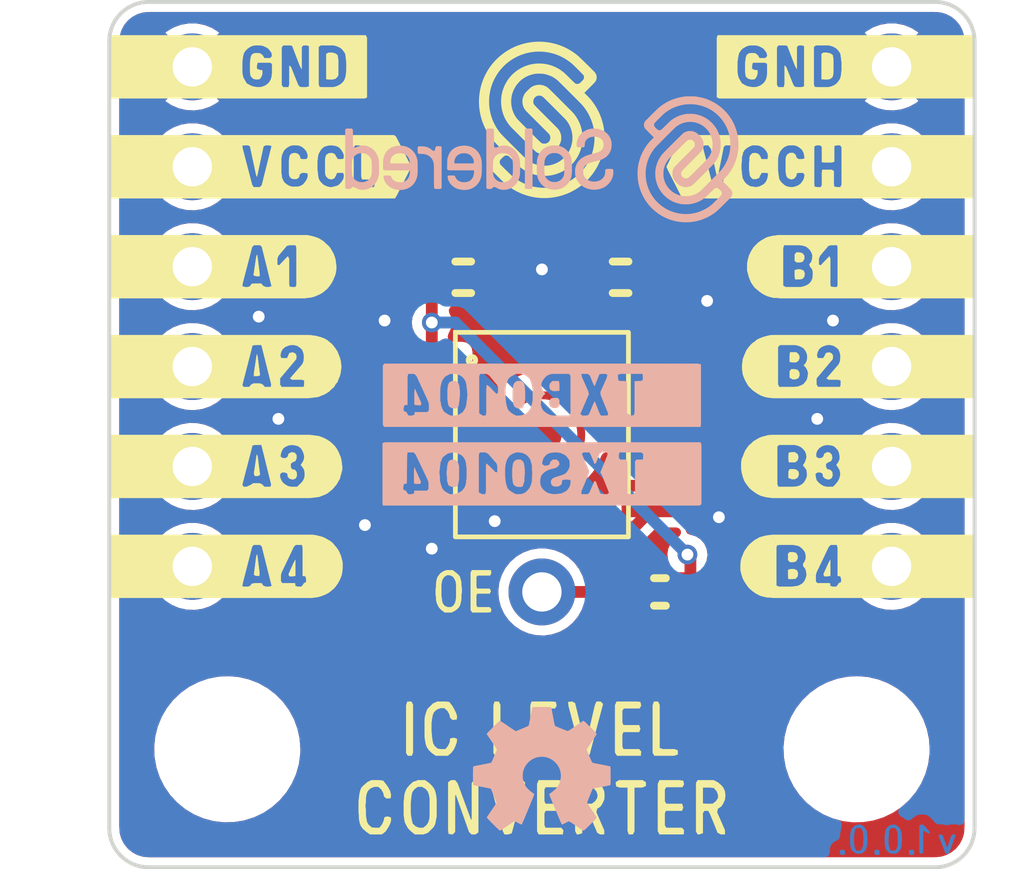
<source format=kicad_pcb>
(kicad_pcb (version 20210623) (generator pcbnew)
  (title_block (title "IC level converter") (date "2021-04-21") (rev "V1.0.0.") (company "SOLDERED") (comment 1 "333095"))
  (layers (0 "F.Cu" signal) (31 "B.Cu" signal) (34 "B.Paste" user) (35 "F.Paste" user) (36 "B.SilkS" user "B.Silkscreen") (37 "F.SilkS" user "F.Silkscreen") (38 "B.Mask" user) (39 "F.Mask" user) (44 "Edge.Cuts" user))
  (net 0 "")
  (net 1 "GND")
  (net 2 "VCCL")
  (net 3 "VCCH")
  (net 4 "A1")
  (net 5 "A2")
  (net 6 "A3")
  (net 7 "A4")
  (net 8 "OE")
  (net 9 "B1")
  (net 10 "B2")
  (net 11 "B3")
  (net 12 "B4")
  (footprint "buzzardLabel" (layer "F.Cu") (at 99.6 132.35)
    (fp_text reference "" (at 0 0) (layer "F.SilkS") (effects (font (size 1.27 1.27))))
    (fp_text value "" (at 0 0) (layer "F.SilkS") (effects (font (size 1.27 1.27))))
  )
  (footprint "buzzardLabel" (layer "F.Cu") (at 122.4 124.73)
    (fp_text reference "" (at 0 0) (layer "F.SilkS") (effects (font (size 1.27 1.27))))
    (fp_text value "" (at 0 0) (layer "F.SilkS") (effects (font (size 1.27 1.27))))
  )
  (footprint "e-radionica.com footprinti:HOLE_3.2mm" (layer "F.Cu") (at 119 137)
    (fp_text reference "H1" hide)
    (fp_text value "HOLE_3.2mm" hide)
    (pad "" np_thru_hole circle locked (at 0 0) (size 3.2 3.2) (drill 3.2) (layers F&B.Cu *.Mask))
  )
  (footprint "Soldered Graphics:Logo-Front-Soldered-4mm" (layer "F.Cu") (at 111 121)
    (fp_text reference "G***" hide)
    (fp_text value "LOGO" hide)
  )
  (footprint "buzzardLabel" (layer "F.Cu") (at 122.4 122.19)
    (fp_text reference "" (at 0 0) (layer "F.SilkS") (effects (font (size 1.27 1.27))))
    (fp_text value "" (at 0 0) (layer "F.SilkS") (effects (font (size 1.27 1.27))))
  )
  (footprint "e-radionica.com footprinti:0603R" (layer "F.Cu") (at 114 133 180)
    (fp_text reference "R1")
    (fp_text value "10k")
    (pad "1" smd rect locked (at -0.775 0 270) (size 1 0.64) (layers "F.Cu" "F.Paste" "F.Mask") (net 2 "VCCL"))
    (pad "2" smd rect locked (at 0.775 0 270) (size 1 0.64) (layers "F.Cu" "F.Paste" "F.Mask") (net 8 "OE"))
  )
  (footprint "buzzardLabel" (layer "F.Cu") (at 122.4 127.27)
    (fp_text reference "" (at 0 0) (layer "F.SilkS") (effects (font (size 1.27 1.27))))
    (fp_text value "" (at 0 0) (layer "F.SilkS") (effects (font (size 1.27 1.27))))
  )
  (footprint "buzzardLabel" (layer "F.Cu") (at 122.4 129.81)
    (fp_text reference "" (at 0 0) (layer "F.SilkS") (effects (font (size 1.27 1.27))))
    (fp_text value "" (at 0 0) (layer "F.SilkS") (effects (font (size 1.27 1.27))))
  )
  (footprint "e-radionica.com footprinti:TXB0104QPWRQ1" (layer "F.Cu") (at 111 129)
    (fp_text reference "U1")
    (fp_text value "TXB0104QPWRQ1")
    (pad "1" smd rect locked (at -2.8 -1.95 90) (size 0.3 1.55) (layers "F.Cu" "F.Paste" "F.Mask") (net 2 "VCCL"))
    (pad "2" smd rect locked (at -2.8 -1.3 90) (size 0.3 1.55) (layers "F.Cu" "F.Paste" "F.Mask") (net 4 "A1"))
    (pad "3" smd rect locked (at -2.8 -0.65 90) (size 0.3 1.55) (layers "F.Cu" "F.Paste" "F.Mask") (net 5 "A2"))
    (pad "4" smd rect locked (at -2.8 0 90) (size 0.3 1.55) (layers "F.Cu" "F.Paste" "F.Mask") (net 6 "A3"))
    (pad "5" smd rect locked (at -2.8 0.65 90) (size 0.3 1.55) (layers "F.Cu" "F.Paste" "F.Mask") (net 7 "A4"))
    (pad "6" smd rect locked (at -2.8 1.3 90) (size 0.3 1.55) (layers "F.Cu" "F.Paste" "F.Mask"))
    (pad "7" smd rect locked (at -2.8 1.95 90) (size 0.3 1.55) (layers "F.Cu" "F.Paste" "F.Mask") (net 1 "GND"))
    (pad "8" smd rect locked (at 2.8 1.95 90) (size 0.3 1.55) (layers "F.Cu" "F.Paste" "F.Mask") (net 8 "OE"))
    (pad "9" smd rect locked (at 2.8 1.3 90) (size 0.3 1.55) (layers "F.Cu" "F.Paste" "F.Mask"))
    (pad "10" smd rect locked (at 2.79 0.65 90) (size 0.3 1.55) (layers "F.Cu" "F.Paste" "F.Mask") (net 12 "B4"))
    (pad "11" smd rect locked (at 2.8 0 90) (size 0.3 1.55) (layers "F.Cu" "F.Paste" "F.Mask") (net 11 "B3"))
    (pad "12" smd rect locked (at 2.8 -0.65 90) (size 0.3 1.55) (layers "F.Cu" "F.Paste" "F.Mask") (net 10 "B2"))
    (pad "13" smd rect locked (at 2.8 -1.3 90) (size 0.3 1.55) (layers "F.Cu" "F.Paste" "F.Mask") (net 9 "B1"))
    (pad "14" smd rect locked (at 2.8 -1.95 90) (size 0.3 1.55) (layers "F.Cu" "F.Paste" "F.Mask") (net 3 "VCCH"))
  )
  (footprint "e-radionica.com footprinti:FIDUCIAL_23" (layer "F.Cu") (at 111 129)
    (fp_text reference "FD1")
    (fp_text value "FIDUCIAL")
    (fp_circle (center 0 0) (end 1 0) (layer "F.Cu") (width 0.2) (fill none))
    (pad "1" smd circle (at 0 0) (size 1 1) (layers "F.Cu" "F.Paste" "F.Mask") (clearance 1.1))
  )
  (footprint "e-radionica.com footprinti:0603C" (layer "F.Cu") (at 109 125)
    (fp_text reference "C1")
    (fp_text value "0.1uF")
    (pad "1" smd rect locked (at -0.73 0) (size 0.66 1) (layers "F.Cu" "F.Paste" "F.Mask") (net 2 "VCCL"))
    (pad "2" smd rect locked (at 0.73 0) (size 0.66 1) (layers "F.Cu" "F.Paste" "F.Mask") (net 1 "GND"))
  )
  (footprint "Soldered Graphics:Logo-Back-OSH-3.5mm" (layer "F.Cu") (at 111 137.5)
    (fp_text reference "G***" hide)
    (fp_text value "LOGO" hide)
  )
  (footprint "buzzardLabel" (layer "F.Cu") (at 109 133)
    (fp_text reference "" (at 0 0) (layer "F.SilkS") (effects (font (size 1.27 1.27))))
    (fp_text value "" (at 0 0) (layer "F.SilkS") (effects (font (size 1.27 1.27))))
  )
  (footprint "buzzardLabel" (layer "F.Cu") (at 122.4 119.65)
    (fp_text reference "" (at 0 0) (layer "F.SilkS") (effects (font (size 1.27 1.27))))
    (fp_text value "" (at 0 0) (layer "F.SilkS") (effects (font (size 1.27 1.27))))
  )
  (footprint "buzzardLabel" (layer "F.Cu") (at 122.4 132.35)
    (fp_text reference "" (at 0 0) (layer "F.SilkS") (effects (font (size 1.27 1.27))))
    (fp_text value "" (at 0 0) (layer "F.SilkS") (effects (font (size 1.27 1.27))))
  )
  (footprint "buzzardLabel" (layer "F.Cu") (at 99.6 127.27)
    (fp_text reference "" (at 0 0) (layer "F.SilkS") (effects (font (size 1.27 1.27))))
    (fp_text value "" (at 0 0) (layer "F.SilkS") (effects (font (size 1.27 1.27))))
  )
  (footprint "buzzardLabel" (layer "F.Cu") (at 111 136.5)
    (fp_text reference "" (at 0 0) (layer "F.SilkS") (effects (font (size 1.27 1.27))))
    (fp_text value "" (at 0 0) (layer "F.SilkS") (effects (font (size 1.27 1.27))))
  )
  (footprint "buzzardLabel" (layer "F.Cu") (at 99.6 119.65)
    (fp_text reference "" (at 0 0) (layer "F.SilkS") (effects (font (size 1.27 1.27))))
    (fp_text value "" (at 0 0) (layer "F.SilkS") (effects (font (size 1.27 1.27))))
  )
  (footprint "buzzardLabel" (layer "F.Cu") (at 99.6 122.19)
    (fp_text reference "" (at 0 0) (layer "F.SilkS") (effects (font (size 1.27 1.27))))
    (fp_text value "" (at 0 0) (layer "F.SilkS") (effects (font (size 1.27 1.27))))
  )
  (footprint "buzzardLabel" (layer "F.Cu") (at 99.6 124.73)
    (fp_text reference "" (at 0 0) (layer "F.SilkS") (effects (font (size 1.27 1.27))))
    (fp_text value "" (at 0 0) (layer "F.SilkS") (effects (font (size 1.27 1.27))))
  )
  (footprint "Soldered Graphics:Logo-Back-SolderedFULL-10mm" (layer "F.Cu") (at 111 122)
    (fp_text reference "G***" hide)
    (fp_text value "LOGO" hide)
  )
  (footprint "buzzardLabel" (layer "F.Cu") (at 99.6 129.81)
    (fp_text reference "" (at 0 0) (layer "F.SilkS") (effects (font (size 1.27 1.27))))
    (fp_text value "" (at 0 0) (layer "F.SilkS") (effects (font (size 1.27 1.27))))
  )
  (footprint "e-radionica.com footprinti:HOLE_3.2mm" (layer "F.Cu") (at 103 137)
    (fp_text reference "H2" hide)
    (fp_text value "HOLE_3.2mm" hide)
    (pad "" np_thru_hole circle locked (at 0 0) (size 3.2 3.2) (drill 3.2) (layers F&B.Cu *.Mask))
  )
  (footprint "buzzardLabel" (layer "F.Cu") (at 111 138.5)
    (fp_text reference "" (at 0 0) (layer "F.SilkS") (effects (font (size 1.27 1.27))))
    (fp_text value "" (at 0 0) (layer "F.SilkS") (effects (font (size 1.27 1.27))))
  )
  (footprint "e-radionica.com footprinti:0603C" (layer "F.Cu") (at 113 125)
    (fp_text reference "C2")
    (fp_text value "0.1uF")
    (pad "1" smd rect locked (at -0.73 0) (size 0.66 1) (layers "F.Cu" "F.Paste" "F.Mask") (net 1 "GND"))
    (pad "2" smd rect locked (at 0.73 0) (size 0.66 1) (layers "F.Cu" "F.Paste" "F.Mask") (net 3 "VCCH"))
  )
  (footprint "e-radionica.com footprinti:HEADER_MALE_1X1" (layer "B.Cu") (at 111 133 180)
    (fp_text reference "K2")
    (fp_text value "HEADER_MALE_1X1")
    (pad "1" thru_hole circle locked (at 0 0 180) (size 1.7 1.7) (drill 1) (layers *.Cu *.Mask) (net 8 "OE"))
  )
  (footprint "buzzardLabel" (layer "B.Cu") (at 111 128 180)
    (fp_text reference "" (at 0 0) (layer "B.SilkS") (effects (font (size 1.27 1.27)) (justify mirror)))
    (fp_text value "" (at 0 0) (layer "B.SilkS") (effects (font (size 1.27 1.27)) (justify mirror)))
  )
  (footprint "buzzardLabel" (layer "B.Cu") (at 111 130 180)
    (fp_text reference "" (at 0 0) (layer "B.SilkS") (effects (font (size 1.27 1.27)) (justify mirror)))
    (fp_text value "" (at 0 0) (layer "B.SilkS") (effects (font (size 1.27 1.27)) (justify mirror)))
  )
  (footprint "Soldered Graphics:Version1.0.0." (layer "B.Cu") (at 120 139.3 180)
    (fp_text reference "" (at 0 0) (layer "B.SilkS") (effects (font (size 1.27 1.27)) (justify mirror)))
    (fp_text value "" (at 0 0) (layer "B.SilkS") (effects (font (size 1.27 1.27)) (justify mirror)))
    (fp_poly (pts (xy -0.67 -0.35) (xy -0.62 -0.35) (xy -0.6 -0.31) (xy -0.6 0.35) (xy -0.64 0.38) (xy -0.69 0.38) (xy -0.73 0.34) (xy -0.84 0.22) (xy -0.86 0.17) (xy -0.83 0.16) (xy -0.73 0.22) (xy -0.69 0.23) (xy -0.69 -0.31) (xy -0.67 -0.35)) (layer "B.Cu") (width 0.01) (fill solid))
    (fp_poly (pts (xy -1.33 -0.35) (xy -1.27 -0.35) (xy -1.25 -0.31) (xy -1.09 0.1) (xy -1.11 0.13) (xy -1.16 0.13) (xy -1.19 0.1) (xy -1.28 -0.16) (xy -1.3 -0.21) (xy -1.32 -0.17) (xy -1.41 0.09) (xy -1.44 0.13) (xy -1.49 0.13) (xy -1.51 0.1) (xy -1.36 -0.31) (xy -1.33 -0.35)) (layer "B.Cu") (width 0.01) (fill solid))
    (fp_poly (pts (xy 0.93 -0.35) (xy 0.99 -0.35) (xy 1.04 -0.33) (xy 1.01 -0.28) (xy 0.91 -0.28) (xy 0.87 -0.25) (xy 0.85 -0.2) (xy 0.83 -0.15) (xy 0.83 -0.11) (xy 0.82 0.01) (xy 0.83 0.13) (xy 0.83 0.17) (xy 0.84 0.22) (xy 0.87 0.27) (xy 0.9 0.3) (xy 1.01 0.3) (xy 1.04 0.26) (xy 1.05 0.21) (xy 1.06 0.15) (xy 1.07 0.05) (xy 1.07 -0.08) (xy 1.06 -0.12) (xy 1.06 -0.17) (xy 1.04 -0.22) (xy 1.02 -0.27) (xy 1.01 -0.28) (xy 1.05 -0.32) (xy 1.09 -0.29) (xy 1.12 -0.26) (xy 1.14 -0.22) (xy 1.15 -0.16) (xy 1.16 -0.11) (xy 1.16 -0.06) (xy 1.16 0.06) (xy 1.16 0.12) (xy 1.15 0.17) (xy 1.14 0.22) (xy 1.13 0.27) (xy 1.1 0.3) (xy 1.06 0.34) (xy 1.01 0.37) (xy 0.95 0.38) (xy 0.9 0.38) (xy 0.84 0.35) (xy 0.8 0.31) (xy 0.78 0.28) (xy 0.75 0.23) (xy 0.74 0.18) (xy 0.74 0.13) (xy 0.73 0.08) (xy 0.73 -0.04) (xy 0.73 -0.1) (xy 0.74 -0.14) (xy 0.75 -0.2) (xy 0.77 -0.25) (xy 0.79 -0.28) (xy 0.83 -0.32) (xy 0.89 -0.35) (xy 0.93 -0.35)) (layer "B.Cu") (width 0.01) (fill solid))
    (fp_poly (pts (xy 1.31 -0.38) (xy 1.36 -0.38) (xy 1.41 -0.37) (xy 1.42 -0.33) (xy 1.42 -0.27) (xy 1.38 -0.26) (xy 1.33 -0.26) (xy 1.3 -0.29) (xy 1.3 -0.34) (xy 1.31 -0.38)) (layer "B.Cu") (width 0.01) (fill solid))
    (fp_poly (pts (xy 0.06 -0.35) (xy 0.11 -0.35) (xy 0.17 -0.33) (xy 0.13 -0.28) (xy 0.03 -0.28) (xy -0.01 -0.25) (xy -0.03 -0.2) (xy -0.05 -0.15) (xy -0.05 -0.11) (xy -0.05 0.01) (xy -0.05 0.13) (xy -0.05 0.17) (xy -0.03 0.22) (xy -0.01 0.27) (xy 0.02 0.3) (xy 0.13 0.3) (xy 0.16 0.26) (xy 0.18 0.21) (xy 0.18 0.15) (xy 0.19 0.05) (xy 0.19 -0.08) (xy 0.19 -0.12) (xy 0.18 -0.17) (xy 0.16 -0.22) (xy 0.14 -0.27) (xy 0.14 -0.28) (xy 0.17 -0.32) (xy 0.21 -0.29) (xy 0.24 -0.26) (xy 0.26 -0.22) (xy 0.27 -0.16) (xy 0.28 -0.11) (xy 0.28 -0.06) (xy 0.28 0.06) (xy 0.28 0.12) (xy 0.27 0.17) (xy 0.26 0.22) (xy 0.25 0.27) (xy 0.22 0.3) (xy 0.19 0.34) (xy 0.13 0.37) (xy 0.08 0.38) (xy 0.02 0.38) (xy -0.03 0.35) (xy -0.08 0.31) (xy -0.1 0.28) (xy -0.12 0.23) (xy -0.14 0.18) (xy -0.14 0.13) (xy -0.15 0.08) (xy -0.15 -0.04) (xy -0.14 -0.1) (xy -0.14 -0.14) (xy -0.13 -0.2) (xy -0.11 -0.25) (xy -0.08 -0.28) (xy -0.05 -0.32) (xy 0.01 -0.35) (xy 0.06 -0.35)) (layer "B.Cu") (width 0.01) (fill solid))
    (fp_poly (pts (xy 0.43 -0.38) (xy 0.48 -0.38) (xy 0.54 -0.37) (xy 0.54 -0.33) (xy 0.54 -0.27) (xy 0.5 -0.26) (xy 0.45 -0.26) (xy 0.42 -0.29) (xy 0.42 -0.34) (xy 0.43 -0.38)) (layer "B.Cu") (width 0.01) (fill solid))
    (fp_poly (pts (xy -0.44 -0.38) (xy -0.39 -0.38) (xy -0.34 -0.37) (xy -0.34 -0.33) (xy -0.34 -0.27) (xy -0.38 -0.26) (xy -0.43 -0.26) (xy -0.46 -0.29) (xy -0.46 -0.34) (xy -0.44 -0.38)) (layer "B.Cu") (width 0.01) (fill solid))
  )
  (footprint "e-radionica.com footprinti:HEADER_MALE_6X1" (layer "B.Cu") (at 119.89 126 90)
    (fp_text reference "K3")
    (fp_text value "HEADER_MALE_6X1")
    (pad "1" thru_hole circle locked (at -6.35 0 90) (size 1.7 1.7) (drill 1) (layers *.Cu *.Mask) (net 12 "B4"))
    (pad "2" thru_hole circle locked (at -3.81 0 90) (size 1.7 1.7) (drill 1) (layers *.Cu *.Mask) (net 11 "B3"))
    (pad "3" thru_hole circle locked (at -1.27 0 90) (size 1.7 1.7) (drill 1) (layers *.Cu *.Mask) (net 10 "B2"))
    (pad "4" thru_hole circle locked (at 1.27 0 90) (size 1.7 1.7) (drill 1) (layers *.Cu *.Mask) (net 9 "B1"))
    (pad "5" thru_hole circle locked (at 3.81 0 90) (size 1.7 1.7) (drill 1) (layers *.Cu *.Mask) (net 3 "VCCH"))
    (pad "6" thru_hole circle locked (at 6.35 0 90) (size 1.7 1.7) (drill 1) (layers *.Cu *.Mask) (net 1 "GND"))
  )
  (footprint "e-radionica.com footprinti:HEADER_MALE_6X1" (layer "B.Cu") (at 102.11 126 90)
    (fp_text reference "K1")
    (fp_text value "HEADER_MALE_6X1")
    (pad "1" thru_hole circle locked (at -6.35 0 90) (size 1.7 1.7) (drill 1) (layers *.Cu *.Mask) (net 7 "A4"))
    (pad "2" thru_hole circle locked (at -3.81 0 90) (size 1.7 1.7) (drill 1) (layers *.Cu *.Mask) (net 6 "A3"))
    (pad "3" thru_hole circle locked (at -1.27 0 90) (size 1.7 1.7) (drill 1) (layers *.Cu *.Mask) (net 5 "A2"))
    (pad "4" thru_hole circle locked (at 1.27 0 90) (size 1.7 1.7) (drill 1) (layers *.Cu *.Mask) (net 4 "A1"))
    (pad "5" thru_hole circle locked (at 3.81 0 90) (size 1.7 1.7) (drill 1) (layers *.Cu *.Mask) (net 2 "VCCL"))
    (pad "6" thru_hole circle locked (at 6.35 0 90) (size 1.7 1.7) (drill 1) (layers *.Cu *.Mask) (net 1 "GND"))
  )
  (gr_arc (start 101 139) (end 101 140) (angle 90) (layer "Edge.Cuts") (width 0.1))
  (gr_line (start 100 119) (end 100 139) (layer "Edge.Cuts") (width 0.1))
  (gr_arc (start 121 139) (end 121 140) (angle -90) (layer "Edge.Cuts") (width 0.1))
  (gr_line (start 121 118) (end 101 118) (layer "Edge.Cuts") (width 0.1))
  (gr_line (start 101 140) (end 121 140) (layer "Edge.Cuts") (width 0.1))
  (gr_line (start 122 139) (end 122 119) (layer "Edge.Cuts") (width 0.1))
  (gr_arc (start 101 119) (end 101 118) (angle -90) (layer "Edge.Cuts") (width 0.1))
  (gr_arc (start 121 119) (end 121 118) (angle 90) (layer "Edge.Cuts") (width 0.1))
  (via (at 118 128.6) (size 0.5) (drill 0.3) (layers "F.Cu" "B.Cu") (net 1))
  (via (at 111 124.8) (size 0.5) (drill 0.3) (layers "F.Cu" "B.Cu") (net 1))
  (via (at 115.5 131.1) (size 0.5) (drill 0.3) (layers "F.Cu" "B.Cu") (net 1))
  (via (at 108.2 131.9) (size 0.5) (drill 0.3) (layers "F.Cu" "B.Cu") (net 1))
  (via (at 103.8 126) (size 0.5) (drill 0.3) (layers "F.Cu" "B.Cu") (net 1))
  (via (at 118.4 126.1) (size 0.5) (drill 0.3) (layers "F.Cu" "B.Cu") (net 1))
  (via (at 106.5 131.3) (size 0.5) (drill 0.3) (layers "F.Cu" "B.Cu") (net 1))
  (via (at 104.3 128.6) (size 0.5) (drill 0.3) (layers "F.Cu" "B.Cu") (net 1))
  (via (at 115.2 125.6) (size 0.5) (drill 0.3) (layers "F.Cu" "B.Cu") (net 1))
  (via (at 109.8 131.2) (size 0.5) (drill 0.3) (layers "F.Cu" "B.Cu") (net 1))
  (via (at 107 126.1) (size 0.5) (drill 0.3) (layers "F.Cu" "B.Cu") (net 1))
  (segment (start 108.27 125) (end 105.46 122.19) (width 0.3) (layer "F.Cu") (net 2))
  (segment (start 105.46 122.19) (end 102.11 122.19) (width 0.3) (layer "F.Cu") (net 2))
  (segment (start 108.2 127.05) (end 108.2 126.15) (width 0.3) (layer "F.Cu") (net 2))
  (segment (start 114.775 133) (end 114.775 132.125) (width 0.3) (layer "F.Cu") (net 2))
  (segment (start 108.2 126.15) (end 108.2 125.07) (width 0.3) (layer "F.Cu") (net 2))
  (segment (start 114.775 132.125) (end 114.7 132.05) (width 0.3) (layer "F.Cu") (net 2))
  (segment (start 108.2 125.07) (end 108.27 125) (width 0.3) (layer "F.Cu") (net 2))
  (via (at 108.2 126.15) (size 0.5) (drill 0.3) (layers "F.Cu" "B.Cu") (net 2))
  (via (at 114.7 132.05) (size 0.5) (drill 0.3) (layers "F.Cu" "B.Cu") (net 2))
  (segment (start 108.8 126.15) (end 108.2 126.15) (width 0.3) (layer "B.Cu") (net 2))
  (segment (start 114.7 132.05) (end 108.8 126.15) (width 0.3) (layer "B.Cu") (net 2))
  (segment (start 113.73 125) (end 116.54 122.19) (width 0.3) (layer "F.Cu") (net 3))
  (segment (start 113.8 125.07) (end 113.73 125) (width 0.3) (layer "F.Cu") (net 3))
  (segment (start 116.54 122.19) (end 119.89 122.19) (width 0.3) (layer "F.Cu") (net 3))
  (segment (start 113.8 127.05) (end 113.8 125.07) (width 0.3) (layer "F.Cu") (net 3))
  (segment (start 103.83 124.73) (end 102.11 124.73) (width 0.3) (layer "F.Cu") (net 4))
  (segment (start 108.2 127.7) (end 106.8 127.7) (width 0.3) (layer "F.Cu") (net 4))
  (segment (start 106.8 127.7) (end 103.83 124.73) (width 0.3) (layer "F.Cu") (net 4))
  (segment (start 105.85 128.35) (end 104.77 127.27) (width 0.3) (layer "F.Cu") (net 5))
  (segment (start 104.77 127.27) (end 102.11 127.27) (width 0.3) (layer "F.Cu") (net 5))
  (segment (start 108.2 128.35) (end 105.85 128.35) (width 0.3) (layer "F.Cu") (net 5))
  (segment (start 104.99 129.81) (end 102.11 129.81) (width 0.3) (layer "F.Cu") (net 6))
  (segment (start 105.8 129) (end 104.99 129.81) (width 0.3) (layer "F.Cu") (net 6))
  (segment (start 108.2 129) (end 105.8 129) (width 0.3) (layer "F.Cu") (net 6))
  (segment (start 108.2 129.65) (end 106.75 129.65) (width 0.3) (layer "F.Cu") (net 7))
  (segment (start 104.05 132.35) (end 102.11 132.35) (width 0.3) (layer "F.Cu") (net 7))
  (segment (start 106.75 129.65) (end 104.05 132.35) (width 0.3) (layer "F.Cu") (net 7))
  (segment (start 113.225 131.475) (end 113.225 133) (width 0.3) (layer "F.Cu") (net 8))
  (segment (start 111 133) (end 113.225 133) (width 0.3) (layer "F.Cu") (net 8))
  (segment (start 113.8 130.95) (end 113.75 130.95) (width 0.3) (layer "F.Cu") (net 8))
  (segment (start 113.75 130.95) (end 113.225 131.475) (width 0.3) (layer "F.Cu") (net 8))
  (segment (start 113.8 127.7) (end 115.3 127.7) (width 0.3) (layer "F.Cu") (net 9))
  (segment (start 118.27 124.73) (end 119.89 124.73) (width 0.3) (layer "F.Cu") (net 9))
  (segment (start 115.3 127.7) (end 118.27 124.73) (width 0.3) (layer "F.Cu") (net 9))
  (segment (start 117.73 127.27) (end 119.89 127.27) (width 0.3) (layer "F.Cu") (net 10))
  (segment (start 116.65 128.35) (end 117.73 127.27) (width 0.3) (layer "F.Cu") (net 10))
  (segment (start 113.8 128.35) (end 116.65 128.35) (width 0.3) (layer "F.Cu") (net 10))
  (segment (start 113.8 129) (end 116.6 129) (width 0.3) (layer "F.Cu") (net 11))
  (segment (start 117.41 129.81) (end 119.89 129.81) (width 0.3) (layer "F.Cu") (net 11))
  (segment (start 116.6 129) (end 117.41 129.81) (width 0.3) (layer "F.Cu") (net 11))
  (segment (start 115.65 129.65) (end 118.35 132.35) (width 0.3) (layer "F.Cu") (net 12))
  (segment (start 118.35 132.35) (end 119.89 132.35) (width 0.3) (layer "F.Cu") (net 12))
  (segment (start 113.79 129.65) (end 115.65 129.65) (width 0.3) (layer "F.Cu") (net 12))
  (zone (net 1) (net_name "GND") (layers F&B.Cu) (connect_pads (clearance 0.254)) (min_thickness 0.254) (fill yes (thermal_gap 0.254) (thermal_bridge_width 0.254))
    (polygon (pts (xy 122 140) (xy 100 140) (xy 100 118) (xy 122 118)))
  )
)
</source>
